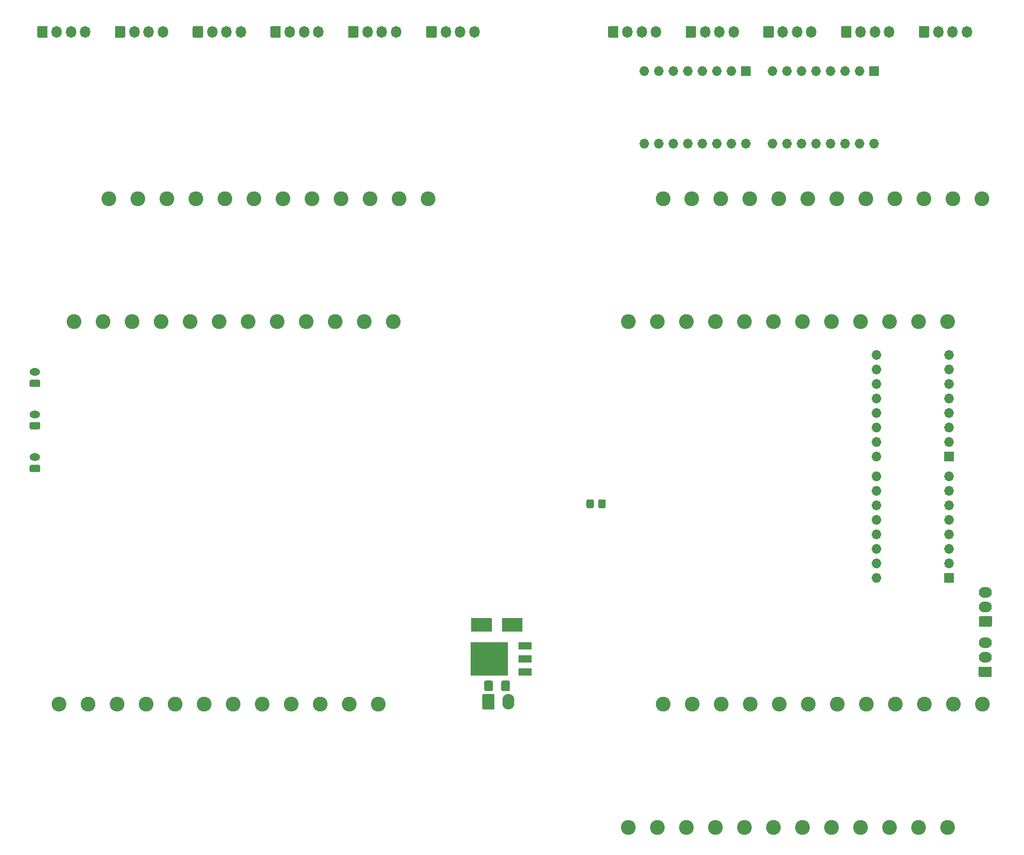
<source format=gbr>
G04 #@! TF.GenerationSoftware,KiCad,Pcbnew,(5.1.7)-1*
G04 #@! TF.CreationDate,2020-12-02T21:57:12+01:00*
G04 #@! TF.ProjectId,TonOfSteppers,546f6e4f-6653-4746-9570-706572732e6b,rev?*
G04 #@! TF.SameCoordinates,Original*
G04 #@! TF.FileFunction,Soldermask,Bot*
G04 #@! TF.FilePolarity,Negative*
%FSLAX46Y46*%
G04 Gerber Fmt 4.6, Leading zero omitted, Abs format (unit mm)*
G04 Created by KiCad (PCBNEW (5.1.7)-1) date 2020-12-02 21:57:12*
%MOMM*%
%LPD*%
G01*
G04 APERTURE LIST*
%ADD10O,1.802000X2.052000*%
%ADD11O,1.702000X1.702000*%
%ADD12C,2.602000*%
%ADD13O,2.292000X1.842000*%
%ADD14O,2.102000X2.702000*%
%ADD15O,1.852000X1.302000*%
%ADD16C,0.100000*%
G04 APERTURE END LIST*
G36*
G01*
X95067000Y-124594000D02*
X95067000Y-122294000D01*
G75*
G02*
X95118000Y-122243000I51000J0D01*
G01*
X98618000Y-122243000D01*
G75*
G02*
X98669000Y-122294000I0J-51000D01*
G01*
X98669000Y-124594000D01*
G75*
G02*
X98618000Y-124645000I-51000J0D01*
G01*
X95118000Y-124645000D01*
G75*
G02*
X95067000Y-124594000I0J51000D01*
G01*
G37*
G36*
G01*
X100467000Y-124594000D02*
X100467000Y-122294000D01*
G75*
G02*
X100518000Y-122243000I51000J0D01*
G01*
X104018000Y-122243000D01*
G75*
G02*
X104069000Y-122294000I0J-51000D01*
G01*
X104069000Y-124594000D01*
G75*
G02*
X104018000Y-124645000I-51000J0D01*
G01*
X100518000Y-124645000D01*
G75*
G02*
X100467000Y-124594000I0J51000D01*
G01*
G37*
G36*
G01*
X105681000Y-126519999D02*
X105681000Y-127720001D01*
G75*
G02*
X105630001Y-127771000I-50999J0D01*
G01*
X103429999Y-127771000D01*
G75*
G02*
X103379000Y-127720001I0J50999D01*
G01*
X103379000Y-126519999D01*
G75*
G02*
X103429999Y-126469000I50999J0D01*
G01*
X105630001Y-126469000D01*
G75*
G02*
X105681000Y-126519999I0J-50999D01*
G01*
G37*
G36*
G01*
X105681000Y-128799999D02*
X105681000Y-130000001D01*
G75*
G02*
X105630001Y-130051000I-50999J0D01*
G01*
X103429999Y-130051000D01*
G75*
G02*
X103379000Y-130000001I0J50999D01*
G01*
X103379000Y-128799999D01*
G75*
G02*
X103429999Y-128749000I50999J0D01*
G01*
X105630001Y-128749000D01*
G75*
G02*
X105681000Y-128799999I0J-50999D01*
G01*
G37*
G36*
G01*
X105681000Y-131079999D02*
X105681000Y-132280001D01*
G75*
G02*
X105630001Y-132331000I-50999J0D01*
G01*
X103429999Y-132331000D01*
G75*
G02*
X103379000Y-132280001I0J50999D01*
G01*
X103379000Y-131079999D01*
G75*
G02*
X103429999Y-131029000I50999J0D01*
G01*
X105630001Y-131029000D01*
G75*
G02*
X105681000Y-131079999I0J-50999D01*
G01*
G37*
G36*
G01*
X101481000Y-126499999D02*
X101481000Y-132300001D01*
G75*
G02*
X101430001Y-132351000I-50999J0D01*
G01*
X95029999Y-132351000D01*
G75*
G02*
X94979000Y-132300001I0J50999D01*
G01*
X94979000Y-126499999D01*
G75*
G02*
X95029999Y-126449000I50999J0D01*
G01*
X101430001Y-126449000D01*
G75*
G02*
X101481000Y-126499999I0J-50999D01*
G01*
G37*
G36*
G01*
X159819000Y-20381000D02*
X159819000Y-18859000D01*
G75*
G02*
X160084000Y-18594000I265000J0D01*
G01*
X161356000Y-18594000D01*
G75*
G02*
X161621000Y-18859000I0J-265000D01*
G01*
X161621000Y-20381000D01*
G75*
G02*
X161356000Y-20646000I-265000J0D01*
G01*
X160084000Y-20646000D01*
G75*
G02*
X159819000Y-20381000I0J265000D01*
G01*
G37*
D10*
X163220000Y-19620000D03*
X165720000Y-19620000D03*
X168220000Y-19620000D03*
G36*
G01*
X173419000Y-20381000D02*
X173419000Y-18859000D01*
G75*
G02*
X173684000Y-18594000I265000J0D01*
G01*
X174956000Y-18594000D01*
G75*
G02*
X175221000Y-18859000I0J-265000D01*
G01*
X175221000Y-20381000D01*
G75*
G02*
X174956000Y-20646000I-265000J0D01*
G01*
X173684000Y-20646000D01*
G75*
G02*
X173419000Y-20381000I0J265000D01*
G01*
G37*
X176820000Y-19620000D03*
X179320000Y-19620000D03*
X181820000Y-19620000D03*
X141020000Y-19620000D03*
X138520000Y-19620000D03*
X136020000Y-19620000D03*
G36*
G01*
X132619000Y-20381000D02*
X132619000Y-18859000D01*
G75*
G02*
X132884000Y-18594000I265000J0D01*
G01*
X134156000Y-18594000D01*
G75*
G02*
X134421000Y-18859000I0J-265000D01*
G01*
X134421000Y-20381000D01*
G75*
G02*
X134156000Y-20646000I-265000J0D01*
G01*
X132884000Y-20646000D01*
G75*
G02*
X132619000Y-20381000I0J265000D01*
G01*
G37*
G36*
G01*
X59919000Y-20381000D02*
X59919000Y-18859000D01*
G75*
G02*
X60184000Y-18594000I265000J0D01*
G01*
X61456000Y-18594000D01*
G75*
G02*
X61721000Y-18859000I0J-265000D01*
G01*
X61721000Y-20381000D01*
G75*
G02*
X61456000Y-20646000I-265000J0D01*
G01*
X60184000Y-20646000D01*
G75*
G02*
X59919000Y-20381000I0J265000D01*
G01*
G37*
X63320000Y-19620000D03*
X65820000Y-19620000D03*
X68320000Y-19620000D03*
X154620000Y-19620000D03*
X152120000Y-19620000D03*
X149620000Y-19620000D03*
G36*
G01*
X146219000Y-20381000D02*
X146219000Y-18859000D01*
G75*
G02*
X146484000Y-18594000I265000J0D01*
G01*
X147756000Y-18594000D01*
G75*
G02*
X148021000Y-18859000I0J-265000D01*
G01*
X148021000Y-20381000D01*
G75*
G02*
X147756000Y-20646000I-265000J0D01*
G01*
X146484000Y-20646000D01*
G75*
G02*
X146219000Y-20381000I0J265000D01*
G01*
G37*
D11*
X143122000Y-39208000D03*
X125342000Y-26508000D03*
X140582000Y-39208000D03*
X127882000Y-26508000D03*
X138042000Y-39208000D03*
X130422000Y-26508000D03*
X135502000Y-39208000D03*
X132962000Y-26508000D03*
X132962000Y-39208000D03*
X135502000Y-26508000D03*
X130422000Y-39208000D03*
X138042000Y-26508000D03*
X127882000Y-39208000D03*
X140582000Y-26508000D03*
X125342000Y-39208000D03*
G36*
G01*
X142322000Y-25657000D02*
X143922000Y-25657000D01*
G75*
G02*
X143973000Y-25708000I0J-51000D01*
G01*
X143973000Y-27308000D01*
G75*
G02*
X143922000Y-27359000I-51000J0D01*
G01*
X142322000Y-27359000D01*
G75*
G02*
X142271000Y-27308000I0J51000D01*
G01*
X142271000Y-25708000D01*
G75*
G02*
X142322000Y-25657000I51000J0D01*
G01*
G37*
X165622000Y-39208000D03*
X147842000Y-26508000D03*
X163082000Y-39208000D03*
X150382000Y-26508000D03*
X160542000Y-39208000D03*
X152922000Y-26508000D03*
X158002000Y-39208000D03*
X155462000Y-26508000D03*
X155462000Y-39208000D03*
X158002000Y-26508000D03*
X152922000Y-39208000D03*
X160542000Y-26508000D03*
X150382000Y-39208000D03*
X163082000Y-26508000D03*
X147842000Y-39208000D03*
G36*
G01*
X164822000Y-25657000D02*
X166422000Y-25657000D01*
G75*
G02*
X166473000Y-25708000I0J-51000D01*
G01*
X166473000Y-27308000D01*
G75*
G02*
X166422000Y-27359000I-51000J0D01*
G01*
X164822000Y-27359000D01*
G75*
G02*
X164771000Y-27308000I0J51000D01*
G01*
X164771000Y-25708000D01*
G75*
G02*
X164822000Y-25657000I51000J0D01*
G01*
G37*
G36*
G01*
X179548000Y-93183000D02*
X179548000Y-94783000D01*
G75*
G02*
X179497000Y-94834000I-51000J0D01*
G01*
X177897000Y-94834000D01*
G75*
G02*
X177846000Y-94783000I0J51000D01*
G01*
X177846000Y-93183000D01*
G75*
G02*
X177897000Y-93132000I51000J0D01*
G01*
X179497000Y-93132000D01*
G75*
G02*
X179548000Y-93183000I0J-51000D01*
G01*
G37*
X165997000Y-76203000D03*
X178697000Y-91443000D03*
X165997000Y-78743000D03*
X178697000Y-88903000D03*
X165997000Y-81283000D03*
X178697000Y-86363000D03*
X165997000Y-83823000D03*
X178697000Y-83823000D03*
X165997000Y-86363000D03*
X178697000Y-81283000D03*
X165997000Y-88903000D03*
X178697000Y-78743000D03*
X165997000Y-91443000D03*
X178697000Y-76203000D03*
X165997000Y-93983000D03*
G36*
G01*
X179548000Y-114433000D02*
X179548000Y-116033000D01*
G75*
G02*
X179497000Y-116084000I-51000J0D01*
G01*
X177897000Y-116084000D01*
G75*
G02*
X177846000Y-116033000I0J51000D01*
G01*
X177846000Y-114433000D01*
G75*
G02*
X177897000Y-114382000I51000J0D01*
G01*
X179497000Y-114382000D01*
G75*
G02*
X179548000Y-114433000I0J-51000D01*
G01*
G37*
X165997000Y-97453000D03*
X178697000Y-112693000D03*
X165997000Y-99993000D03*
X178697000Y-110153000D03*
X165997000Y-102533000D03*
X178697000Y-107613000D03*
X165997000Y-105073000D03*
X178697000Y-105073000D03*
X165997000Y-107613000D03*
X178697000Y-102533000D03*
X165997000Y-110153000D03*
X178697000Y-99993000D03*
X165997000Y-112693000D03*
X178697000Y-97453000D03*
X165997000Y-115233000D03*
G36*
G01*
X115246000Y-102737298D02*
X115246000Y-101728702D01*
G75*
G02*
X115517702Y-101457000I271702J0D01*
G01*
X116251298Y-101457000D01*
G75*
G02*
X116523000Y-101728702I0J-271702D01*
G01*
X116523000Y-102737298D01*
G75*
G02*
X116251298Y-103009000I-271702J0D01*
G01*
X115517702Y-103009000D01*
G75*
G02*
X115246000Y-102737298I0J271702D01*
G01*
G37*
G36*
G01*
X117321000Y-102737298D02*
X117321000Y-101728702D01*
G75*
G02*
X117592702Y-101457000I271702J0D01*
G01*
X118326298Y-101457000D01*
G75*
G02*
X118598000Y-101728702I0J-271702D01*
G01*
X118598000Y-102737298D01*
G75*
G02*
X118326298Y-103009000I-271702J0D01*
G01*
X117592702Y-103009000D01*
G75*
G02*
X117321000Y-102737298I0J271702D01*
G01*
G37*
G36*
G01*
X97346000Y-134770106D02*
X97346000Y-133453894D01*
G75*
G02*
X97613894Y-133186000I267894J0D01*
G01*
X98605106Y-133186000D01*
G75*
G02*
X98873000Y-133453894I0J-267894D01*
G01*
X98873000Y-134770106D01*
G75*
G02*
X98605106Y-135038000I-267894J0D01*
G01*
X97613894Y-135038000D01*
G75*
G02*
X97346000Y-134770106I0J267894D01*
G01*
G37*
G36*
G01*
X100321000Y-134770106D02*
X100321000Y-133453894D01*
G75*
G02*
X100588894Y-133186000I267894J0D01*
G01*
X101580106Y-133186000D01*
G75*
G02*
X101848000Y-133453894I0J-267894D01*
G01*
X101848000Y-134770106D01*
G75*
G02*
X101580106Y-135038000I-267894J0D01*
G01*
X100588894Y-135038000D01*
G75*
G02*
X100321000Y-134770106I0J267894D01*
G01*
G37*
D12*
X87522000Y-48808000D03*
X82442000Y-48808000D03*
X77362000Y-48808000D03*
X72282000Y-48808000D03*
X67202000Y-48808000D03*
X62122000Y-48808000D03*
X57042000Y-48808000D03*
X51962000Y-48808000D03*
X46882000Y-48808000D03*
X41802000Y-48808000D03*
X36722000Y-48808000D03*
X31642000Y-48808000D03*
X25572000Y-70358000D03*
X30652000Y-70358000D03*
X35732000Y-70358000D03*
X40812000Y-70358000D03*
X45892000Y-70358000D03*
X50972000Y-70358000D03*
X56052000Y-70358000D03*
X61132000Y-70358000D03*
X66212000Y-70358000D03*
X71292000Y-70358000D03*
X76372000Y-70358000D03*
X81452000Y-70358000D03*
X128642000Y-48808000D03*
X133702000Y-48808000D03*
X138782000Y-48808000D03*
X143862000Y-48808000D03*
X148942000Y-48808000D03*
X154022000Y-48808000D03*
X159102000Y-48808000D03*
X164182000Y-48808000D03*
X169262000Y-48808000D03*
X174342000Y-48808000D03*
X179422000Y-48808000D03*
X184502000Y-48808000D03*
X122572000Y-70358000D03*
X127652000Y-70358000D03*
X132732000Y-70358000D03*
X137812000Y-70358000D03*
X142892000Y-70358000D03*
X147972000Y-70358000D03*
X153052000Y-70358000D03*
X158132000Y-70358000D03*
X163212000Y-70358000D03*
X168292000Y-70358000D03*
X173372000Y-70358000D03*
X178452000Y-70358000D03*
X184532000Y-137288000D03*
X179452000Y-137288000D03*
X174372000Y-137288000D03*
X169292000Y-137288000D03*
X164212000Y-137288000D03*
X159132000Y-137288000D03*
X154052000Y-137288000D03*
X148972000Y-137288000D03*
X143892000Y-137288000D03*
X138812000Y-137288000D03*
X133732000Y-137288000D03*
X128652000Y-137288000D03*
X178452000Y-158858000D03*
X173372000Y-158858000D03*
X168292000Y-158858000D03*
X163212000Y-158858000D03*
X158132000Y-158858000D03*
X153052000Y-158858000D03*
X147972000Y-158858000D03*
X142892000Y-158858000D03*
X137812000Y-158858000D03*
X132732000Y-158858000D03*
X127652000Y-158858000D03*
X122572000Y-158858000D03*
X22882000Y-137308000D03*
X27962000Y-137308000D03*
X33042000Y-137308000D03*
X38122000Y-137308000D03*
X43202000Y-137308000D03*
X48282000Y-137308000D03*
X53362000Y-137308000D03*
X58442000Y-137308000D03*
X63522000Y-137308000D03*
X68602000Y-137308000D03*
X73682000Y-137308000D03*
X78762000Y-137308000D03*
G36*
G01*
X185973346Y-123769000D02*
X184210654Y-123769000D01*
G75*
G02*
X183946000Y-123504346I0J264654D01*
G01*
X183946000Y-122191654D01*
G75*
G02*
X184210654Y-121927000I264654J0D01*
G01*
X185973346Y-121927000D01*
G75*
G02*
X186238000Y-122191654I0J-264654D01*
G01*
X186238000Y-123504346D01*
G75*
G02*
X185973346Y-123769000I-264654J0D01*
G01*
G37*
D13*
X185092000Y-120308000D03*
X185092000Y-117768000D03*
X185052000Y-126588000D03*
X185052000Y-129128000D03*
G36*
G01*
X185933346Y-132589000D02*
X184170654Y-132589000D01*
G75*
G02*
X183906000Y-132324346I0J264654D01*
G01*
X183906000Y-131011654D01*
G75*
G02*
X184170654Y-130747000I264654J0D01*
G01*
X185933346Y-130747000D01*
G75*
G02*
X186198000Y-131011654I0J-264654D01*
G01*
X186198000Y-132324346D01*
G75*
G02*
X185933346Y-132589000I-264654J0D01*
G01*
G37*
G36*
G01*
X97046000Y-137996250D02*
X97046000Y-135819750D01*
G75*
G02*
X97308750Y-135557000I262750J0D01*
G01*
X98885250Y-135557000D01*
G75*
G02*
X99148000Y-135819750I0J-262750D01*
G01*
X99148000Y-137996250D01*
G75*
G02*
X98885250Y-138259000I-262750J0D01*
G01*
X97308750Y-138259000D01*
G75*
G02*
X97046000Y-137996250I0J262750D01*
G01*
G37*
D14*
X101597000Y-136908000D03*
D10*
X27522000Y-19620000D03*
X25022000Y-19620000D03*
X22522000Y-19620000D03*
G36*
G01*
X19121000Y-20381000D02*
X19121000Y-18859000D01*
G75*
G02*
X19386000Y-18594000I265000J0D01*
G01*
X20658000Y-18594000D01*
G75*
G02*
X20923000Y-18859000I0J-265000D01*
G01*
X20923000Y-20381000D01*
G75*
G02*
X20658000Y-20646000I-265000J0D01*
G01*
X19386000Y-20646000D01*
G75*
G02*
X19121000Y-20381000I0J265000D01*
G01*
G37*
X41122000Y-19620000D03*
X38622000Y-19620000D03*
X36122000Y-19620000D03*
G36*
G01*
X32721000Y-20381000D02*
X32721000Y-18859000D01*
G75*
G02*
X32986000Y-18594000I265000J0D01*
G01*
X34258000Y-18594000D01*
G75*
G02*
X34523000Y-18859000I0J-265000D01*
G01*
X34523000Y-20381000D01*
G75*
G02*
X34258000Y-20646000I-265000J0D01*
G01*
X32986000Y-20646000D01*
G75*
G02*
X32721000Y-20381000I0J265000D01*
G01*
G37*
G36*
G01*
X46321000Y-20381000D02*
X46321000Y-18859000D01*
G75*
G02*
X46586000Y-18594000I265000J0D01*
G01*
X47858000Y-18594000D01*
G75*
G02*
X48123000Y-18859000I0J-265000D01*
G01*
X48123000Y-20381000D01*
G75*
G02*
X47858000Y-20646000I-265000J0D01*
G01*
X46586000Y-20646000D01*
G75*
G02*
X46321000Y-20381000I0J265000D01*
G01*
G37*
X49722000Y-19620000D03*
X52222000Y-19620000D03*
X54722000Y-19620000D03*
G36*
G01*
X119021000Y-20381000D02*
X119021000Y-18859000D01*
G75*
G02*
X119286000Y-18594000I265000J0D01*
G01*
X120558000Y-18594000D01*
G75*
G02*
X120823000Y-18859000I0J-265000D01*
G01*
X120823000Y-20381000D01*
G75*
G02*
X120558000Y-20646000I-265000J0D01*
G01*
X119286000Y-20646000D01*
G75*
G02*
X119021000Y-20381000I0J265000D01*
G01*
G37*
X122422000Y-19620000D03*
X124922000Y-19620000D03*
X127422000Y-19620000D03*
X95622000Y-19620000D03*
X93122000Y-19620000D03*
X90622000Y-19620000D03*
G36*
G01*
X87221000Y-20381000D02*
X87221000Y-18859000D01*
G75*
G02*
X87486000Y-18594000I265000J0D01*
G01*
X88758000Y-18594000D01*
G75*
G02*
X89023000Y-18859000I0J-265000D01*
G01*
X89023000Y-20381000D01*
G75*
G02*
X88758000Y-20646000I-265000J0D01*
G01*
X87486000Y-20646000D01*
G75*
G02*
X87221000Y-20381000I0J265000D01*
G01*
G37*
G36*
G01*
X73521000Y-20381000D02*
X73521000Y-18859000D01*
G75*
G02*
X73786000Y-18594000I265000J0D01*
G01*
X75058000Y-18594000D01*
G75*
G02*
X75323000Y-18859000I0J-265000D01*
G01*
X75323000Y-20381000D01*
G75*
G02*
X75058000Y-20646000I-265000J0D01*
G01*
X73786000Y-20646000D01*
G75*
G02*
X73521000Y-20381000I0J265000D01*
G01*
G37*
X76922000Y-19620000D03*
X79422000Y-19620000D03*
X81922000Y-19620000D03*
D15*
X18712000Y-79158000D03*
G36*
G01*
X19366752Y-81809000D02*
X18057248Y-81809000D01*
G75*
G02*
X17786000Y-81537752I0J271248D01*
G01*
X17786000Y-80778248D01*
G75*
G02*
X18057248Y-80507000I271248J0D01*
G01*
X19366752Y-80507000D01*
G75*
G02*
X19638000Y-80778248I0J-271248D01*
G01*
X19638000Y-81537752D01*
G75*
G02*
X19366752Y-81809000I-271248J0D01*
G01*
G37*
G36*
G01*
X19366752Y-89209000D02*
X18057248Y-89209000D01*
G75*
G02*
X17786000Y-88937752I0J271248D01*
G01*
X17786000Y-88178248D01*
G75*
G02*
X18057248Y-87907000I271248J0D01*
G01*
X19366752Y-87907000D01*
G75*
G02*
X19638000Y-88178248I0J-271248D01*
G01*
X19638000Y-88937752D01*
G75*
G02*
X19366752Y-89209000I-271248J0D01*
G01*
G37*
X18712000Y-86558000D03*
G36*
G01*
X19366752Y-96709000D02*
X18057248Y-96709000D01*
G75*
G02*
X17786000Y-96437752I0J271248D01*
G01*
X17786000Y-95678248D01*
G75*
G02*
X18057248Y-95407000I271248J0D01*
G01*
X19366752Y-95407000D01*
G75*
G02*
X19638000Y-95678248I0J-271248D01*
G01*
X19638000Y-96437752D01*
G75*
G02*
X19366752Y-96709000I-271248J0D01*
G01*
G37*
X18712000Y-94058000D03*
D16*
G36*
X99149165Y-137994624D02*
G01*
X99150000Y-137996250D01*
X99150000Y-138083860D01*
X99149990Y-138084056D01*
X99146150Y-138123048D01*
X99146074Y-138123433D01*
X99136491Y-138155024D01*
X99136341Y-138155386D01*
X99120779Y-138184500D01*
X99120561Y-138184826D01*
X99099620Y-138210343D01*
X99099343Y-138210620D01*
X99073826Y-138231561D01*
X99073500Y-138231779D01*
X99044386Y-138247341D01*
X99044024Y-138247491D01*
X99012433Y-138257074D01*
X99012048Y-138257150D01*
X98973056Y-138260990D01*
X98972860Y-138261000D01*
X98885250Y-138261000D01*
X98883518Y-138260000D01*
X98883518Y-138258000D01*
X98885054Y-138257010D01*
X98936115Y-138251981D01*
X98985031Y-138237142D01*
X99030110Y-138213048D01*
X99069621Y-138180621D01*
X99102048Y-138141110D01*
X99126142Y-138096031D01*
X99140981Y-138047115D01*
X99146010Y-137996054D01*
X99147175Y-137994428D01*
X99149165Y-137994624D01*
G37*
G36*
X97047990Y-137996054D02*
G01*
X97053019Y-138047115D01*
X97067858Y-138096031D01*
X97091952Y-138141110D01*
X97124379Y-138180621D01*
X97163890Y-138213048D01*
X97208969Y-138237142D01*
X97257885Y-138251981D01*
X97308946Y-138257010D01*
X97310572Y-138258175D01*
X97310376Y-138260165D01*
X97308750Y-138261000D01*
X97221140Y-138261000D01*
X97220944Y-138260990D01*
X97181952Y-138257150D01*
X97181567Y-138257074D01*
X97149976Y-138247491D01*
X97149614Y-138247341D01*
X97120500Y-138231779D01*
X97120174Y-138231561D01*
X97094657Y-138210620D01*
X97094380Y-138210343D01*
X97073439Y-138184826D01*
X97073221Y-138184500D01*
X97057659Y-138155386D01*
X97057509Y-138155024D01*
X97047926Y-138123433D01*
X97047850Y-138123048D01*
X97044010Y-138084056D01*
X97044000Y-138083860D01*
X97044000Y-137996250D01*
X97045000Y-137994518D01*
X97047000Y-137994518D01*
X97047990Y-137996054D01*
G37*
G36*
X97310482Y-135556000D02*
G01*
X97310482Y-135558000D01*
X97308946Y-135558990D01*
X97257885Y-135564019D01*
X97208969Y-135578858D01*
X97163890Y-135602952D01*
X97124379Y-135635379D01*
X97091952Y-135674890D01*
X97067858Y-135719969D01*
X97053019Y-135768885D01*
X97047990Y-135819946D01*
X97046825Y-135821572D01*
X97044835Y-135821376D01*
X97044000Y-135819750D01*
X97044000Y-135732140D01*
X97044010Y-135731944D01*
X97047850Y-135692952D01*
X97047926Y-135692567D01*
X97057509Y-135660976D01*
X97057659Y-135660614D01*
X97073221Y-135631500D01*
X97073439Y-135631174D01*
X97094380Y-135605657D01*
X97094657Y-135605380D01*
X97120174Y-135584439D01*
X97120500Y-135584221D01*
X97149614Y-135568659D01*
X97149976Y-135568509D01*
X97181567Y-135558926D01*
X97181952Y-135558850D01*
X97220944Y-135555010D01*
X97221140Y-135555000D01*
X97308750Y-135555000D01*
X97310482Y-135556000D01*
G37*
G36*
X98973056Y-135555010D02*
G01*
X99012048Y-135558850D01*
X99012433Y-135558926D01*
X99044024Y-135568509D01*
X99044386Y-135568659D01*
X99073500Y-135584221D01*
X99073826Y-135584439D01*
X99099343Y-135605380D01*
X99099620Y-135605657D01*
X99120561Y-135631174D01*
X99120779Y-135631500D01*
X99136341Y-135660614D01*
X99136491Y-135660976D01*
X99146074Y-135692567D01*
X99146150Y-135692952D01*
X99149990Y-135731944D01*
X99150000Y-135732140D01*
X99150000Y-135819750D01*
X99149000Y-135821482D01*
X99147000Y-135821482D01*
X99146010Y-135819946D01*
X99140981Y-135768885D01*
X99126142Y-135719969D01*
X99102048Y-135674890D01*
X99069621Y-135635379D01*
X99030110Y-135602952D01*
X98985031Y-135578858D01*
X98936115Y-135564019D01*
X98885054Y-135558990D01*
X98883428Y-135557825D01*
X98883624Y-135555835D01*
X98885250Y-135555000D01*
X98972860Y-135555000D01*
X98973056Y-135555010D01*
G37*
G36*
X186199165Y-132322720D02*
G01*
X186200000Y-132324346D01*
X186200000Y-132407288D01*
X186199990Y-132407484D01*
X186196024Y-132447756D01*
X186195948Y-132448141D01*
X186185990Y-132480965D01*
X186185840Y-132481327D01*
X186169672Y-132511575D01*
X186169454Y-132511901D01*
X186147694Y-132538417D01*
X186147417Y-132538694D01*
X186120901Y-132560454D01*
X186120575Y-132560672D01*
X186090327Y-132576840D01*
X186089965Y-132576990D01*
X186057141Y-132586948D01*
X186056756Y-132587024D01*
X186016484Y-132590990D01*
X186016288Y-132591000D01*
X185933346Y-132591000D01*
X185931614Y-132590000D01*
X185931614Y-132588000D01*
X185933150Y-132587010D01*
X185984582Y-132581945D01*
X186033856Y-132566997D01*
X186079264Y-132542727D01*
X186119064Y-132510064D01*
X186151727Y-132470264D01*
X186175997Y-132424856D01*
X186190945Y-132375582D01*
X186196010Y-132324150D01*
X186197175Y-132322524D01*
X186199165Y-132322720D01*
G37*
G36*
X183907990Y-132324150D02*
G01*
X183913055Y-132375582D01*
X183928003Y-132424856D01*
X183952273Y-132470264D01*
X183984936Y-132510064D01*
X184024736Y-132542727D01*
X184070144Y-132566997D01*
X184119418Y-132581945D01*
X184170850Y-132587010D01*
X184172476Y-132588175D01*
X184172280Y-132590165D01*
X184170654Y-132591000D01*
X184087712Y-132591000D01*
X184087516Y-132590990D01*
X184047244Y-132587024D01*
X184046859Y-132586948D01*
X184014035Y-132576990D01*
X184013673Y-132576840D01*
X183983425Y-132560672D01*
X183983099Y-132560454D01*
X183956583Y-132538694D01*
X183956306Y-132538417D01*
X183934546Y-132511901D01*
X183934328Y-132511575D01*
X183918160Y-132481327D01*
X183918010Y-132480965D01*
X183908052Y-132448141D01*
X183907976Y-132447756D01*
X183904010Y-132407484D01*
X183904000Y-132407288D01*
X183904000Y-132324346D01*
X183905000Y-132322614D01*
X183907000Y-132322614D01*
X183907990Y-132324150D01*
G37*
G36*
X184172386Y-130746000D02*
G01*
X184172386Y-130748000D01*
X184170850Y-130748990D01*
X184119418Y-130754055D01*
X184070144Y-130769003D01*
X184024736Y-130793273D01*
X183984936Y-130825936D01*
X183952273Y-130865736D01*
X183928003Y-130911144D01*
X183913055Y-130960418D01*
X183907990Y-131011850D01*
X183906825Y-131013476D01*
X183904835Y-131013280D01*
X183904000Y-131011654D01*
X183904000Y-130928712D01*
X183904010Y-130928516D01*
X183907976Y-130888244D01*
X183908052Y-130887859D01*
X183918010Y-130855035D01*
X183918160Y-130854673D01*
X183934328Y-130824425D01*
X183934546Y-130824099D01*
X183956306Y-130797583D01*
X183956583Y-130797306D01*
X183983099Y-130775546D01*
X183983425Y-130775328D01*
X184013673Y-130759160D01*
X184014035Y-130759010D01*
X184046859Y-130749052D01*
X184047244Y-130748976D01*
X184087516Y-130745010D01*
X184087712Y-130745000D01*
X184170654Y-130745000D01*
X184172386Y-130746000D01*
G37*
G36*
X186016484Y-130745010D02*
G01*
X186056756Y-130748976D01*
X186057141Y-130749052D01*
X186089965Y-130759010D01*
X186090327Y-130759160D01*
X186120575Y-130775328D01*
X186120901Y-130775546D01*
X186147417Y-130797306D01*
X186147694Y-130797583D01*
X186169454Y-130824099D01*
X186169672Y-130824425D01*
X186185840Y-130854673D01*
X186185990Y-130855035D01*
X186195948Y-130887859D01*
X186196024Y-130888244D01*
X186199990Y-130928516D01*
X186200000Y-130928712D01*
X186200000Y-131011654D01*
X186199000Y-131013386D01*
X186197000Y-131013386D01*
X186196010Y-131011850D01*
X186190945Y-130960418D01*
X186175997Y-130911144D01*
X186151727Y-130865736D01*
X186119064Y-130825936D01*
X186079264Y-130793273D01*
X186033856Y-130769003D01*
X185984582Y-130754055D01*
X185933150Y-130748990D01*
X185931524Y-130747825D01*
X185931720Y-130745835D01*
X185933346Y-130745000D01*
X186016288Y-130745000D01*
X186016484Y-130745010D01*
G37*
G36*
X183947990Y-123504150D02*
G01*
X183953055Y-123555582D01*
X183968003Y-123604856D01*
X183992273Y-123650264D01*
X184024936Y-123690064D01*
X184064736Y-123722727D01*
X184110144Y-123746997D01*
X184159418Y-123761945D01*
X184210850Y-123767010D01*
X184212476Y-123768175D01*
X184212280Y-123770165D01*
X184210654Y-123771000D01*
X184127712Y-123771000D01*
X184127516Y-123770990D01*
X184087244Y-123767024D01*
X184086859Y-123766948D01*
X184054035Y-123756990D01*
X184053673Y-123756840D01*
X184023425Y-123740672D01*
X184023099Y-123740454D01*
X183996583Y-123718694D01*
X183996306Y-123718417D01*
X183974546Y-123691901D01*
X183974328Y-123691575D01*
X183958160Y-123661327D01*
X183958010Y-123660965D01*
X183948052Y-123628141D01*
X183947976Y-123627756D01*
X183944010Y-123587484D01*
X183944000Y-123587288D01*
X183944000Y-123504346D01*
X183945000Y-123502614D01*
X183947000Y-123502614D01*
X183947990Y-123504150D01*
G37*
G36*
X186239165Y-123502720D02*
G01*
X186240000Y-123504346D01*
X186240000Y-123587288D01*
X186239990Y-123587484D01*
X186236024Y-123627756D01*
X186235948Y-123628141D01*
X186225990Y-123660965D01*
X186225840Y-123661327D01*
X186209672Y-123691575D01*
X186209454Y-123691901D01*
X186187694Y-123718417D01*
X186187417Y-123718694D01*
X186160901Y-123740454D01*
X186160575Y-123740672D01*
X186130327Y-123756840D01*
X186129965Y-123756990D01*
X186097141Y-123766948D01*
X186096756Y-123767024D01*
X186056484Y-123770990D01*
X186056288Y-123771000D01*
X185973346Y-123771000D01*
X185971614Y-123770000D01*
X185971614Y-123768000D01*
X185973150Y-123767010D01*
X186024582Y-123761945D01*
X186073856Y-123746997D01*
X186119264Y-123722727D01*
X186159064Y-123690064D01*
X186191727Y-123650264D01*
X186215997Y-123604856D01*
X186230945Y-123555582D01*
X186236010Y-123504150D01*
X186237175Y-123502524D01*
X186239165Y-123502720D01*
G37*
G36*
X184212386Y-121926000D02*
G01*
X184212386Y-121928000D01*
X184210850Y-121928990D01*
X184159418Y-121934055D01*
X184110144Y-121949003D01*
X184064736Y-121973273D01*
X184024936Y-122005936D01*
X183992273Y-122045736D01*
X183968003Y-122091144D01*
X183953055Y-122140418D01*
X183947990Y-122191850D01*
X183946825Y-122193476D01*
X183944835Y-122193280D01*
X183944000Y-122191654D01*
X183944000Y-122108712D01*
X183944010Y-122108516D01*
X183947976Y-122068244D01*
X183948052Y-122067859D01*
X183958010Y-122035035D01*
X183958160Y-122034673D01*
X183974328Y-122004425D01*
X183974546Y-122004099D01*
X183996306Y-121977583D01*
X183996583Y-121977306D01*
X184023099Y-121955546D01*
X184023425Y-121955328D01*
X184053673Y-121939160D01*
X184054035Y-121939010D01*
X184086859Y-121929052D01*
X184087244Y-121928976D01*
X184127516Y-121925010D01*
X184127712Y-121925000D01*
X184210654Y-121925000D01*
X184212386Y-121926000D01*
G37*
G36*
X186056484Y-121925010D02*
G01*
X186096756Y-121928976D01*
X186097141Y-121929052D01*
X186129965Y-121939010D01*
X186130327Y-121939160D01*
X186160575Y-121955328D01*
X186160901Y-121955546D01*
X186187417Y-121977306D01*
X186187694Y-121977583D01*
X186209454Y-122004099D01*
X186209672Y-122004425D01*
X186225840Y-122034673D01*
X186225990Y-122035035D01*
X186235948Y-122067859D01*
X186236024Y-122068244D01*
X186239990Y-122108516D01*
X186240000Y-122108712D01*
X186240000Y-122191654D01*
X186239000Y-122193386D01*
X186237000Y-122193386D01*
X186236010Y-122191850D01*
X186230945Y-122140418D01*
X186215997Y-122091144D01*
X186191727Y-122045736D01*
X186159064Y-122005936D01*
X186119264Y-121973273D01*
X186073856Y-121949003D01*
X186024582Y-121934055D01*
X185973150Y-121928990D01*
X185971524Y-121927825D01*
X185971720Y-121925835D01*
X185973346Y-121925000D01*
X186056288Y-121925000D01*
X186056484Y-121925010D01*
G37*
G36*
X87222990Y-20380804D02*
G01*
X87228062Y-20432304D01*
X87243029Y-20481642D01*
X87267332Y-20527110D01*
X87300038Y-20566962D01*
X87339890Y-20599668D01*
X87385358Y-20623971D01*
X87434696Y-20638938D01*
X87486196Y-20644010D01*
X87487822Y-20645175D01*
X87487626Y-20647165D01*
X87486000Y-20648000D01*
X87403903Y-20648000D01*
X87403707Y-20647990D01*
X87363204Y-20644001D01*
X87362819Y-20643925D01*
X87329767Y-20633899D01*
X87329405Y-20633749D01*
X87298954Y-20617472D01*
X87298628Y-20617254D01*
X87271932Y-20595345D01*
X87271655Y-20595068D01*
X87249746Y-20568372D01*
X87249528Y-20568046D01*
X87233251Y-20537595D01*
X87233101Y-20537233D01*
X87223075Y-20504181D01*
X87222999Y-20503796D01*
X87219010Y-20463293D01*
X87219000Y-20463097D01*
X87219000Y-20381000D01*
X87220000Y-20379268D01*
X87222000Y-20379268D01*
X87222990Y-20380804D01*
G37*
G36*
X119022990Y-20380804D02*
G01*
X119028062Y-20432304D01*
X119043029Y-20481642D01*
X119067332Y-20527110D01*
X119100038Y-20566962D01*
X119139890Y-20599668D01*
X119185358Y-20623971D01*
X119234696Y-20638938D01*
X119286196Y-20644010D01*
X119287822Y-20645175D01*
X119287626Y-20647165D01*
X119286000Y-20648000D01*
X119203903Y-20648000D01*
X119203707Y-20647990D01*
X119163204Y-20644001D01*
X119162819Y-20643925D01*
X119129767Y-20633899D01*
X119129405Y-20633749D01*
X119098954Y-20617472D01*
X119098628Y-20617254D01*
X119071932Y-20595345D01*
X119071655Y-20595068D01*
X119049746Y-20568372D01*
X119049528Y-20568046D01*
X119033251Y-20537595D01*
X119033101Y-20537233D01*
X119023075Y-20504181D01*
X119022999Y-20503796D01*
X119019010Y-20463293D01*
X119019000Y-20463097D01*
X119019000Y-20381000D01*
X119020000Y-20379268D01*
X119022000Y-20379268D01*
X119022990Y-20380804D01*
G37*
G36*
X173420990Y-20380804D02*
G01*
X173426062Y-20432304D01*
X173441029Y-20481642D01*
X173465332Y-20527110D01*
X173498038Y-20566962D01*
X173537890Y-20599668D01*
X173583358Y-20623971D01*
X173632696Y-20638938D01*
X173684196Y-20644010D01*
X173685822Y-20645175D01*
X173685626Y-20647165D01*
X173684000Y-20648000D01*
X173601903Y-20648000D01*
X173601707Y-20647990D01*
X173561204Y-20644001D01*
X173560819Y-20643925D01*
X173527767Y-20633899D01*
X173527405Y-20633749D01*
X173496954Y-20617472D01*
X173496628Y-20617254D01*
X173469932Y-20595345D01*
X173469655Y-20595068D01*
X173447746Y-20568372D01*
X173447528Y-20568046D01*
X173431251Y-20537595D01*
X173431101Y-20537233D01*
X173421075Y-20504181D01*
X173420999Y-20503796D01*
X173417010Y-20463293D01*
X173417000Y-20463097D01*
X173417000Y-20381000D01*
X173418000Y-20379268D01*
X173420000Y-20379268D01*
X173420990Y-20380804D01*
G37*
G36*
X73522990Y-20380804D02*
G01*
X73528062Y-20432304D01*
X73543029Y-20481642D01*
X73567332Y-20527110D01*
X73600038Y-20566962D01*
X73639890Y-20599668D01*
X73685358Y-20623971D01*
X73734696Y-20638938D01*
X73786196Y-20644010D01*
X73787822Y-20645175D01*
X73787626Y-20647165D01*
X73786000Y-20648000D01*
X73703903Y-20648000D01*
X73703707Y-20647990D01*
X73663204Y-20644001D01*
X73662819Y-20643925D01*
X73629767Y-20633899D01*
X73629405Y-20633749D01*
X73598954Y-20617472D01*
X73598628Y-20617254D01*
X73571932Y-20595345D01*
X73571655Y-20595068D01*
X73549746Y-20568372D01*
X73549528Y-20568046D01*
X73533251Y-20537595D01*
X73533101Y-20537233D01*
X73523075Y-20504181D01*
X73522999Y-20503796D01*
X73519010Y-20463293D01*
X73519000Y-20463097D01*
X73519000Y-20381000D01*
X73520000Y-20379268D01*
X73522000Y-20379268D01*
X73522990Y-20380804D01*
G37*
G36*
X20924165Y-20379374D02*
G01*
X20925000Y-20381000D01*
X20925000Y-20463097D01*
X20924990Y-20463293D01*
X20921001Y-20503796D01*
X20920925Y-20504181D01*
X20910899Y-20537233D01*
X20910749Y-20537595D01*
X20894472Y-20568046D01*
X20894254Y-20568372D01*
X20872345Y-20595068D01*
X20872068Y-20595345D01*
X20845372Y-20617254D01*
X20845046Y-20617472D01*
X20814595Y-20633749D01*
X20814233Y-20633899D01*
X20781181Y-20643925D01*
X20780796Y-20644001D01*
X20740293Y-20647990D01*
X20740097Y-20648000D01*
X20658000Y-20648000D01*
X20656268Y-20647000D01*
X20656268Y-20645000D01*
X20657804Y-20644010D01*
X20709304Y-20638938D01*
X20758642Y-20623971D01*
X20804110Y-20599668D01*
X20843962Y-20566962D01*
X20876668Y-20527110D01*
X20900971Y-20481642D01*
X20915938Y-20432304D01*
X20921010Y-20380804D01*
X20922175Y-20379178D01*
X20924165Y-20379374D01*
G37*
G36*
X59920990Y-20380804D02*
G01*
X59926062Y-20432304D01*
X59941029Y-20481642D01*
X59965332Y-20527110D01*
X59998038Y-20566962D01*
X60037890Y-20599668D01*
X60083358Y-20623971D01*
X60132696Y-20638938D01*
X60184196Y-20644010D01*
X60185822Y-20645175D01*
X60185626Y-20647165D01*
X60184000Y-20648000D01*
X60101903Y-20648000D01*
X60101707Y-20647990D01*
X60061204Y-20644001D01*
X60060819Y-20643925D01*
X60027767Y-20633899D01*
X60027405Y-20633749D01*
X59996954Y-20617472D01*
X59996628Y-20617254D01*
X59969932Y-20595345D01*
X59969655Y-20595068D01*
X59947746Y-20568372D01*
X59947528Y-20568046D01*
X59931251Y-20537595D01*
X59931101Y-20537233D01*
X59921075Y-20504181D01*
X59920999Y-20503796D01*
X59917010Y-20463293D01*
X59917000Y-20463097D01*
X59917000Y-20381000D01*
X59918000Y-20379268D01*
X59920000Y-20379268D01*
X59920990Y-20380804D01*
G37*
G36*
X132620990Y-20380804D02*
G01*
X132626062Y-20432304D01*
X132641029Y-20481642D01*
X132665332Y-20527110D01*
X132698038Y-20566962D01*
X132737890Y-20599668D01*
X132783358Y-20623971D01*
X132832696Y-20638938D01*
X132884196Y-20644010D01*
X132885822Y-20645175D01*
X132885626Y-20647165D01*
X132884000Y-20648000D01*
X132801903Y-20648000D01*
X132801707Y-20647990D01*
X132761204Y-20644001D01*
X132760819Y-20643925D01*
X132727767Y-20633899D01*
X132727405Y-20633749D01*
X132696954Y-20617472D01*
X132696628Y-20617254D01*
X132669932Y-20595345D01*
X132669655Y-20595068D01*
X132647746Y-20568372D01*
X132647528Y-20568046D01*
X132631251Y-20537595D01*
X132631101Y-20537233D01*
X132621075Y-20504181D01*
X132620999Y-20503796D01*
X132617010Y-20463293D01*
X132617000Y-20463097D01*
X132617000Y-20381000D01*
X132618000Y-20379268D01*
X132620000Y-20379268D01*
X132620990Y-20380804D01*
G37*
G36*
X34524165Y-20379374D02*
G01*
X34525000Y-20381000D01*
X34525000Y-20463097D01*
X34524990Y-20463293D01*
X34521001Y-20503796D01*
X34520925Y-20504181D01*
X34510899Y-20537233D01*
X34510749Y-20537595D01*
X34494472Y-20568046D01*
X34494254Y-20568372D01*
X34472345Y-20595068D01*
X34472068Y-20595345D01*
X34445372Y-20617254D01*
X34445046Y-20617472D01*
X34414595Y-20633749D01*
X34414233Y-20633899D01*
X34381181Y-20643925D01*
X34380796Y-20644001D01*
X34340293Y-20647990D01*
X34340097Y-20648000D01*
X34258000Y-20648000D01*
X34256268Y-20647000D01*
X34256268Y-20645000D01*
X34257804Y-20644010D01*
X34309304Y-20638938D01*
X34358642Y-20623971D01*
X34404110Y-20599668D01*
X34443962Y-20566962D01*
X34476668Y-20527110D01*
X34500971Y-20481642D01*
X34515938Y-20432304D01*
X34521010Y-20380804D01*
X34522175Y-20379178D01*
X34524165Y-20379374D01*
G37*
G36*
X19122990Y-20380804D02*
G01*
X19128062Y-20432304D01*
X19143029Y-20481642D01*
X19167332Y-20527110D01*
X19200038Y-20566962D01*
X19239890Y-20599668D01*
X19285358Y-20623971D01*
X19334696Y-20638938D01*
X19386196Y-20644010D01*
X19387822Y-20645175D01*
X19387626Y-20647165D01*
X19386000Y-20648000D01*
X19303903Y-20648000D01*
X19303707Y-20647990D01*
X19263204Y-20644001D01*
X19262819Y-20643925D01*
X19229767Y-20633899D01*
X19229405Y-20633749D01*
X19198954Y-20617472D01*
X19198628Y-20617254D01*
X19171932Y-20595345D01*
X19171655Y-20595068D01*
X19149746Y-20568372D01*
X19149528Y-20568046D01*
X19133251Y-20537595D01*
X19133101Y-20537233D01*
X19123075Y-20504181D01*
X19122999Y-20503796D01*
X19119010Y-20463293D01*
X19119000Y-20463097D01*
X19119000Y-20381000D01*
X19120000Y-20379268D01*
X19122000Y-20379268D01*
X19122990Y-20380804D01*
G37*
G36*
X48124165Y-20379374D02*
G01*
X48125000Y-20381000D01*
X48125000Y-20463097D01*
X48124990Y-20463293D01*
X48121001Y-20503796D01*
X48120925Y-20504181D01*
X48110899Y-20537233D01*
X48110749Y-20537595D01*
X48094472Y-20568046D01*
X48094254Y-20568372D01*
X48072345Y-20595068D01*
X48072068Y-20595345D01*
X48045372Y-20617254D01*
X48045046Y-20617472D01*
X48014595Y-20633749D01*
X48014233Y-20633899D01*
X47981181Y-20643925D01*
X47980796Y-20644001D01*
X47940293Y-20647990D01*
X47940097Y-20648000D01*
X47858000Y-20648000D01*
X47856268Y-20647000D01*
X47856268Y-20645000D01*
X47857804Y-20644010D01*
X47909304Y-20638938D01*
X47958642Y-20623971D01*
X48004110Y-20599668D01*
X48043962Y-20566962D01*
X48076668Y-20527110D01*
X48100971Y-20481642D01*
X48115938Y-20432304D01*
X48121010Y-20380804D01*
X48122175Y-20379178D01*
X48124165Y-20379374D01*
G37*
G36*
X61722165Y-20379374D02*
G01*
X61723000Y-20381000D01*
X61723000Y-20463097D01*
X61722990Y-20463293D01*
X61719001Y-20503796D01*
X61718925Y-20504181D01*
X61708899Y-20537233D01*
X61708749Y-20537595D01*
X61692472Y-20568046D01*
X61692254Y-20568372D01*
X61670345Y-20595068D01*
X61670068Y-20595345D01*
X61643372Y-20617254D01*
X61643046Y-20617472D01*
X61612595Y-20633749D01*
X61612233Y-20633899D01*
X61579181Y-20643925D01*
X61578796Y-20644001D01*
X61538293Y-20647990D01*
X61538097Y-20648000D01*
X61456000Y-20648000D01*
X61454268Y-20647000D01*
X61454268Y-20645000D01*
X61455804Y-20644010D01*
X61507304Y-20638938D01*
X61556642Y-20623971D01*
X61602110Y-20599668D01*
X61641962Y-20566962D01*
X61674668Y-20527110D01*
X61698971Y-20481642D01*
X61713938Y-20432304D01*
X61719010Y-20380804D01*
X61720175Y-20379178D01*
X61722165Y-20379374D01*
G37*
G36*
X175222165Y-20379374D02*
G01*
X175223000Y-20381000D01*
X175223000Y-20463097D01*
X175222990Y-20463293D01*
X175219001Y-20503796D01*
X175218925Y-20504181D01*
X175208899Y-20537233D01*
X175208749Y-20537595D01*
X175192472Y-20568046D01*
X175192254Y-20568372D01*
X175170345Y-20595068D01*
X175170068Y-20595345D01*
X175143372Y-20617254D01*
X175143046Y-20617472D01*
X175112595Y-20633749D01*
X175112233Y-20633899D01*
X175079181Y-20643925D01*
X175078796Y-20644001D01*
X175038293Y-20647990D01*
X175038097Y-20648000D01*
X174956000Y-20648000D01*
X174954268Y-20647000D01*
X174954268Y-20645000D01*
X174955804Y-20644010D01*
X175007304Y-20638938D01*
X175056642Y-20623971D01*
X175102110Y-20599668D01*
X175141962Y-20566962D01*
X175174668Y-20527110D01*
X175198971Y-20481642D01*
X175213938Y-20432304D01*
X175219010Y-20380804D01*
X175220175Y-20379178D01*
X175222165Y-20379374D01*
G37*
G36*
X146220990Y-20380804D02*
G01*
X146226062Y-20432304D01*
X146241029Y-20481642D01*
X146265332Y-20527110D01*
X146298038Y-20566962D01*
X146337890Y-20599668D01*
X146383358Y-20623971D01*
X146432696Y-20638938D01*
X146484196Y-20644010D01*
X146485822Y-20645175D01*
X146485626Y-20647165D01*
X146484000Y-20648000D01*
X146401903Y-20648000D01*
X146401707Y-20647990D01*
X146361204Y-20644001D01*
X146360819Y-20643925D01*
X146327767Y-20633899D01*
X146327405Y-20633749D01*
X146296954Y-20617472D01*
X146296628Y-20617254D01*
X146269932Y-20595345D01*
X146269655Y-20595068D01*
X146247746Y-20568372D01*
X146247528Y-20568046D01*
X146231251Y-20537595D01*
X146231101Y-20537233D01*
X146221075Y-20504181D01*
X146220999Y-20503796D01*
X146217010Y-20463293D01*
X146217000Y-20463097D01*
X146217000Y-20381000D01*
X146218000Y-20379268D01*
X146220000Y-20379268D01*
X146220990Y-20380804D01*
G37*
G36*
X46322990Y-20380804D02*
G01*
X46328062Y-20432304D01*
X46343029Y-20481642D01*
X46367332Y-20527110D01*
X46400038Y-20566962D01*
X46439890Y-20599668D01*
X46485358Y-20623971D01*
X46534696Y-20638938D01*
X46586196Y-20644010D01*
X46587822Y-20645175D01*
X46587626Y-20647165D01*
X46586000Y-20648000D01*
X46503903Y-20648000D01*
X46503707Y-20647990D01*
X46463204Y-20644001D01*
X46462819Y-20643925D01*
X46429767Y-20633899D01*
X46429405Y-20633749D01*
X46398954Y-20617472D01*
X46398628Y-20617254D01*
X46371932Y-20595345D01*
X46371655Y-20595068D01*
X46349746Y-20568372D01*
X46349528Y-20568046D01*
X46333251Y-20537595D01*
X46333101Y-20537233D01*
X46323075Y-20504181D01*
X46322999Y-20503796D01*
X46319010Y-20463293D01*
X46319000Y-20463097D01*
X46319000Y-20381000D01*
X46320000Y-20379268D01*
X46322000Y-20379268D01*
X46322990Y-20380804D01*
G37*
G36*
X32722990Y-20380804D02*
G01*
X32728062Y-20432304D01*
X32743029Y-20481642D01*
X32767332Y-20527110D01*
X32800038Y-20566962D01*
X32839890Y-20599668D01*
X32885358Y-20623971D01*
X32934696Y-20638938D01*
X32986196Y-20644010D01*
X32987822Y-20645175D01*
X32987626Y-20647165D01*
X32986000Y-20648000D01*
X32903903Y-20648000D01*
X32903707Y-20647990D01*
X32863204Y-20644001D01*
X32862819Y-20643925D01*
X32829767Y-20633899D01*
X32829405Y-20633749D01*
X32798954Y-20617472D01*
X32798628Y-20617254D01*
X32771932Y-20595345D01*
X32771655Y-20595068D01*
X32749746Y-20568372D01*
X32749528Y-20568046D01*
X32733251Y-20537595D01*
X32733101Y-20537233D01*
X32723075Y-20504181D01*
X32722999Y-20503796D01*
X32719010Y-20463293D01*
X32719000Y-20463097D01*
X32719000Y-20381000D01*
X32720000Y-20379268D01*
X32722000Y-20379268D01*
X32722990Y-20380804D01*
G37*
G36*
X161622165Y-20379374D02*
G01*
X161623000Y-20381000D01*
X161623000Y-20463097D01*
X161622990Y-20463293D01*
X161619001Y-20503796D01*
X161618925Y-20504181D01*
X161608899Y-20537233D01*
X161608749Y-20537595D01*
X161592472Y-20568046D01*
X161592254Y-20568372D01*
X161570345Y-20595068D01*
X161570068Y-20595345D01*
X161543372Y-20617254D01*
X161543046Y-20617472D01*
X161512595Y-20633749D01*
X161512233Y-20633899D01*
X161479181Y-20643925D01*
X161478796Y-20644001D01*
X161438293Y-20647990D01*
X161438097Y-20648000D01*
X161356000Y-20648000D01*
X161354268Y-20647000D01*
X161354268Y-20645000D01*
X161355804Y-20644010D01*
X161407304Y-20638938D01*
X161456642Y-20623971D01*
X161502110Y-20599668D01*
X161541962Y-20566962D01*
X161574668Y-20527110D01*
X161598971Y-20481642D01*
X161613938Y-20432304D01*
X161619010Y-20380804D01*
X161620175Y-20379178D01*
X161622165Y-20379374D01*
G37*
G36*
X148022165Y-20379374D02*
G01*
X148023000Y-20381000D01*
X148023000Y-20463097D01*
X148022990Y-20463293D01*
X148019001Y-20503796D01*
X148018925Y-20504181D01*
X148008899Y-20537233D01*
X148008749Y-20537595D01*
X147992472Y-20568046D01*
X147992254Y-20568372D01*
X147970345Y-20595068D01*
X147970068Y-20595345D01*
X147943372Y-20617254D01*
X147943046Y-20617472D01*
X147912595Y-20633749D01*
X147912233Y-20633899D01*
X147879181Y-20643925D01*
X147878796Y-20644001D01*
X147838293Y-20647990D01*
X147838097Y-20648000D01*
X147756000Y-20648000D01*
X147754268Y-20647000D01*
X147754268Y-20645000D01*
X147755804Y-20644010D01*
X147807304Y-20638938D01*
X147856642Y-20623971D01*
X147902110Y-20599668D01*
X147941962Y-20566962D01*
X147974668Y-20527110D01*
X147998971Y-20481642D01*
X148013938Y-20432304D01*
X148019010Y-20380804D01*
X148020175Y-20379178D01*
X148022165Y-20379374D01*
G37*
G36*
X159820990Y-20380804D02*
G01*
X159826062Y-20432304D01*
X159841029Y-20481642D01*
X159865332Y-20527110D01*
X159898038Y-20566962D01*
X159937890Y-20599668D01*
X159983358Y-20623971D01*
X160032696Y-20638938D01*
X160084196Y-20644010D01*
X160085822Y-20645175D01*
X160085626Y-20647165D01*
X160084000Y-20648000D01*
X160001903Y-20648000D01*
X160001707Y-20647990D01*
X159961204Y-20644001D01*
X159960819Y-20643925D01*
X159927767Y-20633899D01*
X159927405Y-20633749D01*
X159896954Y-20617472D01*
X159896628Y-20617254D01*
X159869932Y-20595345D01*
X159869655Y-20595068D01*
X159847746Y-20568372D01*
X159847528Y-20568046D01*
X159831251Y-20537595D01*
X159831101Y-20537233D01*
X159821075Y-20504181D01*
X159820999Y-20503796D01*
X159817010Y-20463293D01*
X159817000Y-20463097D01*
X159817000Y-20381000D01*
X159818000Y-20379268D01*
X159820000Y-20379268D01*
X159820990Y-20380804D01*
G37*
G36*
X134422165Y-20379374D02*
G01*
X134423000Y-20381000D01*
X134423000Y-20463097D01*
X134422990Y-20463293D01*
X134419001Y-20503796D01*
X134418925Y-20504181D01*
X134408899Y-20537233D01*
X134408749Y-20537595D01*
X134392472Y-20568046D01*
X134392254Y-20568372D01*
X134370345Y-20595068D01*
X134370068Y-20595345D01*
X134343372Y-20617254D01*
X134343046Y-20617472D01*
X134312595Y-20633749D01*
X134312233Y-20633899D01*
X134279181Y-20643925D01*
X134278796Y-20644001D01*
X134238293Y-20647990D01*
X134238097Y-20648000D01*
X134156000Y-20648000D01*
X134154268Y-20647000D01*
X134154268Y-20645000D01*
X134155804Y-20644010D01*
X134207304Y-20638938D01*
X134256642Y-20623971D01*
X134302110Y-20599668D01*
X134341962Y-20566962D01*
X134374668Y-20527110D01*
X134398971Y-20481642D01*
X134413938Y-20432304D01*
X134419010Y-20380804D01*
X134420175Y-20379178D01*
X134422165Y-20379374D01*
G37*
G36*
X120824165Y-20379374D02*
G01*
X120825000Y-20381000D01*
X120825000Y-20463097D01*
X120824990Y-20463293D01*
X120821001Y-20503796D01*
X120820925Y-20504181D01*
X120810899Y-20537233D01*
X120810749Y-20537595D01*
X120794472Y-20568046D01*
X120794254Y-20568372D01*
X120772345Y-20595068D01*
X120772068Y-20595345D01*
X120745372Y-20617254D01*
X120745046Y-20617472D01*
X120714595Y-20633749D01*
X120714233Y-20633899D01*
X120681181Y-20643925D01*
X120680796Y-20644001D01*
X120640293Y-20647990D01*
X120640097Y-20648000D01*
X120558000Y-20648000D01*
X120556268Y-20647000D01*
X120556268Y-20645000D01*
X120557804Y-20644010D01*
X120609304Y-20638938D01*
X120658642Y-20623971D01*
X120704110Y-20599668D01*
X120743962Y-20566962D01*
X120776668Y-20527110D01*
X120800971Y-20481642D01*
X120815938Y-20432304D01*
X120821010Y-20380804D01*
X120822175Y-20379178D01*
X120824165Y-20379374D01*
G37*
G36*
X89024165Y-20379374D02*
G01*
X89025000Y-20381000D01*
X89025000Y-20463097D01*
X89024990Y-20463293D01*
X89021001Y-20503796D01*
X89020925Y-20504181D01*
X89010899Y-20537233D01*
X89010749Y-20537595D01*
X88994472Y-20568046D01*
X88994254Y-20568372D01*
X88972345Y-20595068D01*
X88972068Y-20595345D01*
X88945372Y-20617254D01*
X88945046Y-20617472D01*
X88914595Y-20633749D01*
X88914233Y-20633899D01*
X88881181Y-20643925D01*
X88880796Y-20644001D01*
X88840293Y-20647990D01*
X88840097Y-20648000D01*
X88758000Y-20648000D01*
X88756268Y-20647000D01*
X88756268Y-20645000D01*
X88757804Y-20644010D01*
X88809304Y-20638938D01*
X88858642Y-20623971D01*
X88904110Y-20599668D01*
X88943962Y-20566962D01*
X88976668Y-20527110D01*
X89000971Y-20481642D01*
X89015938Y-20432304D01*
X89021010Y-20380804D01*
X89022175Y-20379178D01*
X89024165Y-20379374D01*
G37*
G36*
X75324165Y-20379374D02*
G01*
X75325000Y-20381000D01*
X75325000Y-20463097D01*
X75324990Y-20463293D01*
X75321001Y-20503796D01*
X75320925Y-20504181D01*
X75310899Y-20537233D01*
X75310749Y-20537595D01*
X75294472Y-20568046D01*
X75294254Y-20568372D01*
X75272345Y-20595068D01*
X75272068Y-20595345D01*
X75245372Y-20617254D01*
X75245046Y-20617472D01*
X75214595Y-20633749D01*
X75214233Y-20633899D01*
X75181181Y-20643925D01*
X75180796Y-20644001D01*
X75140293Y-20647990D01*
X75140097Y-20648000D01*
X75058000Y-20648000D01*
X75056268Y-20647000D01*
X75056268Y-20645000D01*
X75057804Y-20644010D01*
X75109304Y-20638938D01*
X75158642Y-20623971D01*
X75204110Y-20599668D01*
X75243962Y-20566962D01*
X75276668Y-20527110D01*
X75300971Y-20481642D01*
X75315938Y-20432304D01*
X75321010Y-20380804D01*
X75322175Y-20379178D01*
X75324165Y-20379374D01*
G37*
G36*
X87487732Y-18593000D02*
G01*
X87487732Y-18595000D01*
X87486196Y-18595990D01*
X87434696Y-18601062D01*
X87385358Y-18616029D01*
X87339890Y-18640332D01*
X87300038Y-18673038D01*
X87267332Y-18712890D01*
X87243029Y-18758358D01*
X87228062Y-18807696D01*
X87222990Y-18859196D01*
X87221825Y-18860822D01*
X87219835Y-18860626D01*
X87219000Y-18859000D01*
X87219000Y-18776903D01*
X87219010Y-18776707D01*
X87222999Y-18736204D01*
X87223075Y-18735819D01*
X87233101Y-18702767D01*
X87233251Y-18702405D01*
X87249528Y-18671954D01*
X87249746Y-18671628D01*
X87271655Y-18644932D01*
X87271932Y-18644655D01*
X87298628Y-18622746D01*
X87298954Y-18622528D01*
X87329405Y-18606251D01*
X87329767Y-18606101D01*
X87362819Y-18596075D01*
X87363204Y-18595999D01*
X87403707Y-18592010D01*
X87403903Y-18592000D01*
X87486000Y-18592000D01*
X87487732Y-18593000D01*
G37*
G36*
X19387732Y-18593000D02*
G01*
X19387732Y-18595000D01*
X19386196Y-18595990D01*
X19334696Y-18601062D01*
X19285358Y-18616029D01*
X19239890Y-18640332D01*
X19200038Y-18673038D01*
X19167332Y-18712890D01*
X19143029Y-18758358D01*
X19128062Y-18807696D01*
X19122990Y-18859196D01*
X19121825Y-18860822D01*
X19119835Y-18860626D01*
X19119000Y-18859000D01*
X19119000Y-18776903D01*
X19119010Y-18776707D01*
X19122999Y-18736204D01*
X19123075Y-18735819D01*
X19133101Y-18702767D01*
X19133251Y-18702405D01*
X19149528Y-18671954D01*
X19149746Y-18671628D01*
X19171655Y-18644932D01*
X19171932Y-18644655D01*
X19198628Y-18622746D01*
X19198954Y-18622528D01*
X19229405Y-18606251D01*
X19229767Y-18606101D01*
X19262819Y-18596075D01*
X19263204Y-18595999D01*
X19303707Y-18592010D01*
X19303903Y-18592000D01*
X19386000Y-18592000D01*
X19387732Y-18593000D01*
G37*
G36*
X32987732Y-18593000D02*
G01*
X32987732Y-18595000D01*
X32986196Y-18595990D01*
X32934696Y-18601062D01*
X32885358Y-18616029D01*
X32839890Y-18640332D01*
X32800038Y-18673038D01*
X32767332Y-18712890D01*
X32743029Y-18758358D01*
X32728062Y-18807696D01*
X32722990Y-18859196D01*
X32721825Y-18860822D01*
X32719835Y-18860626D01*
X32719000Y-18859000D01*
X32719000Y-18776903D01*
X32719010Y-18776707D01*
X32722999Y-18736204D01*
X32723075Y-18735819D01*
X32733101Y-18702767D01*
X32733251Y-18702405D01*
X32749528Y-18671954D01*
X32749746Y-18671628D01*
X32771655Y-18644932D01*
X32771932Y-18644655D01*
X32798628Y-18622746D01*
X32798954Y-18622528D01*
X32829405Y-18606251D01*
X32829767Y-18606101D01*
X32862819Y-18596075D01*
X32863204Y-18595999D01*
X32903707Y-18592010D01*
X32903903Y-18592000D01*
X32986000Y-18592000D01*
X32987732Y-18593000D01*
G37*
G36*
X46587732Y-18593000D02*
G01*
X46587732Y-18595000D01*
X46586196Y-18595990D01*
X46534696Y-18601062D01*
X46485358Y-18616029D01*
X46439890Y-18640332D01*
X46400038Y-18673038D01*
X46367332Y-18712890D01*
X46343029Y-18758358D01*
X46328062Y-18807696D01*
X46322990Y-18859196D01*
X46321825Y-18860822D01*
X46319835Y-18860626D01*
X46319000Y-18859000D01*
X46319000Y-18776903D01*
X46319010Y-18776707D01*
X46322999Y-18736204D01*
X46323075Y-18735819D01*
X46333101Y-18702767D01*
X46333251Y-18702405D01*
X46349528Y-18671954D01*
X46349746Y-18671628D01*
X46371655Y-18644932D01*
X46371932Y-18644655D01*
X46398628Y-18622746D01*
X46398954Y-18622528D01*
X46429405Y-18606251D01*
X46429767Y-18606101D01*
X46462819Y-18596075D01*
X46463204Y-18595999D01*
X46503707Y-18592010D01*
X46503903Y-18592000D01*
X46586000Y-18592000D01*
X46587732Y-18593000D01*
G37*
G36*
X60185732Y-18593000D02*
G01*
X60185732Y-18595000D01*
X60184196Y-18595990D01*
X60132696Y-18601062D01*
X60083358Y-18616029D01*
X60037890Y-18640332D01*
X59998038Y-18673038D01*
X59965332Y-18712890D01*
X59941029Y-18758358D01*
X59926062Y-18807696D01*
X59920990Y-18859196D01*
X59919825Y-18860822D01*
X59917835Y-18860626D01*
X59917000Y-18859000D01*
X59917000Y-18776903D01*
X59917010Y-18776707D01*
X59920999Y-18736204D01*
X59921075Y-18735819D01*
X59931101Y-18702767D01*
X59931251Y-18702405D01*
X59947528Y-18671954D01*
X59947746Y-18671628D01*
X59969655Y-18644932D01*
X59969932Y-18644655D01*
X59996628Y-18622746D01*
X59996954Y-18622528D01*
X60027405Y-18606251D01*
X60027767Y-18606101D01*
X60060819Y-18596075D01*
X60061204Y-18595999D01*
X60101707Y-18592010D01*
X60101903Y-18592000D01*
X60184000Y-18592000D01*
X60185732Y-18593000D01*
G37*
G36*
X73787732Y-18593000D02*
G01*
X73787732Y-18595000D01*
X73786196Y-18595990D01*
X73734696Y-18601062D01*
X73685358Y-18616029D01*
X73639890Y-18640332D01*
X73600038Y-18673038D01*
X73567332Y-18712890D01*
X73543029Y-18758358D01*
X73528062Y-18807696D01*
X73522990Y-18859196D01*
X73521825Y-18860822D01*
X73519835Y-18860626D01*
X73519000Y-18859000D01*
X73519000Y-18776903D01*
X73519010Y-18776707D01*
X73522999Y-18736204D01*
X73523075Y-18735819D01*
X73533101Y-18702767D01*
X73533251Y-18702405D01*
X73549528Y-18671954D01*
X73549746Y-18671628D01*
X73571655Y-18644932D01*
X73571932Y-18644655D01*
X73598628Y-18622746D01*
X73598954Y-18622528D01*
X73629405Y-18606251D01*
X73629767Y-18606101D01*
X73662819Y-18596075D01*
X73663204Y-18595999D01*
X73703707Y-18592010D01*
X73703903Y-18592000D01*
X73786000Y-18592000D01*
X73787732Y-18593000D01*
G37*
G36*
X119287732Y-18593000D02*
G01*
X119287732Y-18595000D01*
X119286196Y-18595990D01*
X119234696Y-18601062D01*
X119185358Y-18616029D01*
X119139890Y-18640332D01*
X119100038Y-18673038D01*
X119067332Y-18712890D01*
X119043029Y-18758358D01*
X119028062Y-18807696D01*
X119022990Y-18859196D01*
X119021825Y-18860822D01*
X119019835Y-18860626D01*
X119019000Y-18859000D01*
X119019000Y-18776903D01*
X119019010Y-18776707D01*
X119022999Y-18736204D01*
X119023075Y-18735819D01*
X119033101Y-18702767D01*
X119033251Y-18702405D01*
X119049528Y-18671954D01*
X119049746Y-18671628D01*
X119071655Y-18644932D01*
X119071932Y-18644655D01*
X119098628Y-18622746D01*
X119098954Y-18622528D01*
X119129405Y-18606251D01*
X119129767Y-18606101D01*
X119162819Y-18596075D01*
X119163204Y-18595999D01*
X119203707Y-18592010D01*
X119203903Y-18592000D01*
X119286000Y-18592000D01*
X119287732Y-18593000D01*
G37*
G36*
X132885732Y-18593000D02*
G01*
X132885732Y-18595000D01*
X132884196Y-18595990D01*
X132832696Y-18601062D01*
X132783358Y-18616029D01*
X132737890Y-18640332D01*
X132698038Y-18673038D01*
X132665332Y-18712890D01*
X132641029Y-18758358D01*
X132626062Y-18807696D01*
X132620990Y-18859196D01*
X132619825Y-18860822D01*
X132617835Y-18860626D01*
X132617000Y-18859000D01*
X132617000Y-18776903D01*
X132617010Y-18776707D01*
X132620999Y-18736204D01*
X132621075Y-18735819D01*
X132631101Y-18702767D01*
X132631251Y-18702405D01*
X132647528Y-18671954D01*
X132647746Y-18671628D01*
X132669655Y-18644932D01*
X132669932Y-18644655D01*
X132696628Y-18622746D01*
X132696954Y-18622528D01*
X132727405Y-18606251D01*
X132727767Y-18606101D01*
X132760819Y-18596075D01*
X132761204Y-18595999D01*
X132801707Y-18592010D01*
X132801903Y-18592000D01*
X132884000Y-18592000D01*
X132885732Y-18593000D01*
G37*
G36*
X146485732Y-18593000D02*
G01*
X146485732Y-18595000D01*
X146484196Y-18595990D01*
X146432696Y-18601062D01*
X146383358Y-18616029D01*
X146337890Y-18640332D01*
X146298038Y-18673038D01*
X146265332Y-18712890D01*
X146241029Y-18758358D01*
X146226062Y-18807696D01*
X146220990Y-18859196D01*
X146219825Y-18860822D01*
X146217835Y-18860626D01*
X146217000Y-18859000D01*
X146217000Y-18776903D01*
X146217010Y-18776707D01*
X146220999Y-18736204D01*
X146221075Y-18735819D01*
X146231101Y-18702767D01*
X146231251Y-18702405D01*
X146247528Y-18671954D01*
X146247746Y-18671628D01*
X146269655Y-18644932D01*
X146269932Y-18644655D01*
X146296628Y-18622746D01*
X146296954Y-18622528D01*
X146327405Y-18606251D01*
X146327767Y-18606101D01*
X146360819Y-18596075D01*
X146361204Y-18595999D01*
X146401707Y-18592010D01*
X146401903Y-18592000D01*
X146484000Y-18592000D01*
X146485732Y-18593000D01*
G37*
G36*
X160085732Y-18593000D02*
G01*
X160085732Y-18595000D01*
X160084196Y-18595990D01*
X160032696Y-18601062D01*
X159983358Y-18616029D01*
X159937890Y-18640332D01*
X159898038Y-18673038D01*
X159865332Y-18712890D01*
X159841029Y-18758358D01*
X159826062Y-18807696D01*
X159820990Y-18859196D01*
X159819825Y-18860822D01*
X159817835Y-18860626D01*
X159817000Y-18859000D01*
X159817000Y-18776903D01*
X159817010Y-18776707D01*
X159820999Y-18736204D01*
X159821075Y-18735819D01*
X159831101Y-18702767D01*
X159831251Y-18702405D01*
X159847528Y-18671954D01*
X159847746Y-18671628D01*
X159869655Y-18644932D01*
X159869932Y-18644655D01*
X159896628Y-18622746D01*
X159896954Y-18622528D01*
X159927405Y-18606251D01*
X159927767Y-18606101D01*
X159960819Y-18596075D01*
X159961204Y-18595999D01*
X160001707Y-18592010D01*
X160001903Y-18592000D01*
X160084000Y-18592000D01*
X160085732Y-18593000D01*
G37*
G36*
X173685732Y-18593000D02*
G01*
X173685732Y-18595000D01*
X173684196Y-18595990D01*
X173632696Y-18601062D01*
X173583358Y-18616029D01*
X173537890Y-18640332D01*
X173498038Y-18673038D01*
X173465332Y-18712890D01*
X173441029Y-18758358D01*
X173426062Y-18807696D01*
X173420990Y-18859196D01*
X173419825Y-18860822D01*
X173417835Y-18860626D01*
X173417000Y-18859000D01*
X173417000Y-18776903D01*
X173417010Y-18776707D01*
X173420999Y-18736204D01*
X173421075Y-18735819D01*
X173431101Y-18702767D01*
X173431251Y-18702405D01*
X173447528Y-18671954D01*
X173447746Y-18671628D01*
X173469655Y-18644932D01*
X173469932Y-18644655D01*
X173496628Y-18622746D01*
X173496954Y-18622528D01*
X173527405Y-18606251D01*
X173527767Y-18606101D01*
X173560819Y-18596075D01*
X173561204Y-18595999D01*
X173601707Y-18592010D01*
X173601903Y-18592000D01*
X173684000Y-18592000D01*
X173685732Y-18593000D01*
G37*
G36*
X134238293Y-18592010D02*
G01*
X134278796Y-18595999D01*
X134279181Y-18596075D01*
X134312233Y-18606101D01*
X134312595Y-18606251D01*
X134343046Y-18622528D01*
X134343372Y-18622746D01*
X134370068Y-18644655D01*
X134370345Y-18644932D01*
X134392254Y-18671628D01*
X134392472Y-18671954D01*
X134408749Y-18702405D01*
X134408899Y-18702767D01*
X134418925Y-18735819D01*
X134419001Y-18736204D01*
X134422990Y-18776707D01*
X134423000Y-18776903D01*
X134423000Y-18859000D01*
X134422000Y-18860732D01*
X134420000Y-18860732D01*
X134419010Y-18859196D01*
X134413938Y-18807696D01*
X134398971Y-18758358D01*
X134374668Y-18712890D01*
X134341962Y-18673038D01*
X134302110Y-18640332D01*
X134256642Y-18616029D01*
X134207304Y-18601062D01*
X134155804Y-18595990D01*
X134154178Y-18594825D01*
X134154374Y-18592835D01*
X134156000Y-18592000D01*
X134238097Y-18592000D01*
X134238293Y-18592010D01*
G37*
G36*
X75140293Y-18592010D02*
G01*
X75180796Y-18595999D01*
X75181181Y-18596075D01*
X75214233Y-18606101D01*
X75214595Y-18606251D01*
X75245046Y-18622528D01*
X75245372Y-18622746D01*
X75272068Y-18644655D01*
X75272345Y-18644932D01*
X75294254Y-18671628D01*
X75294472Y-18671954D01*
X75310749Y-18702405D01*
X75310899Y-18702767D01*
X75320925Y-18735819D01*
X75321001Y-18736204D01*
X75324990Y-18776707D01*
X75325000Y-18776903D01*
X75325000Y-18859000D01*
X75324000Y-18860732D01*
X75322000Y-18860732D01*
X75321010Y-18859196D01*
X75315938Y-18807696D01*
X75300971Y-18758358D01*
X75276668Y-18712890D01*
X75243962Y-18673038D01*
X75204110Y-18640332D01*
X75158642Y-18616029D01*
X75109304Y-18601062D01*
X75057804Y-18595990D01*
X75056178Y-18594825D01*
X75056374Y-18592835D01*
X75058000Y-18592000D01*
X75140097Y-18592000D01*
X75140293Y-18592010D01*
G37*
G36*
X61538293Y-18592010D02*
G01*
X61578796Y-18595999D01*
X61579181Y-18596075D01*
X61612233Y-18606101D01*
X61612595Y-18606251D01*
X61643046Y-18622528D01*
X61643372Y-18622746D01*
X61670068Y-18644655D01*
X61670345Y-18644932D01*
X61692254Y-18671628D01*
X61692472Y-18671954D01*
X61708749Y-18702405D01*
X61708899Y-18702767D01*
X61718925Y-18735819D01*
X61719001Y-18736204D01*
X61722990Y-18776707D01*
X61723000Y-18776903D01*
X61723000Y-18859000D01*
X61722000Y-18860732D01*
X61720000Y-18860732D01*
X61719010Y-18859196D01*
X61713938Y-18807696D01*
X61698971Y-18758358D01*
X61674668Y-18712890D01*
X61641962Y-18673038D01*
X61602110Y-18640332D01*
X61556642Y-18616029D01*
X61507304Y-18601062D01*
X61455804Y-18595990D01*
X61454178Y-18594825D01*
X61454374Y-18592835D01*
X61456000Y-18592000D01*
X61538097Y-18592000D01*
X61538293Y-18592010D01*
G37*
G36*
X20740293Y-18592010D02*
G01*
X20780796Y-18595999D01*
X20781181Y-18596075D01*
X20814233Y-18606101D01*
X20814595Y-18606251D01*
X20845046Y-18622528D01*
X20845372Y-18622746D01*
X20872068Y-18644655D01*
X20872345Y-18644932D01*
X20894254Y-18671628D01*
X20894472Y-18671954D01*
X20910749Y-18702405D01*
X20910899Y-18702767D01*
X20920925Y-18735819D01*
X20921001Y-18736204D01*
X20924990Y-18776707D01*
X20925000Y-18776903D01*
X20925000Y-18859000D01*
X20924000Y-18860732D01*
X20922000Y-18860732D01*
X20921010Y-18859196D01*
X20915938Y-18807696D01*
X20900971Y-18758358D01*
X20876668Y-18712890D01*
X20843962Y-18673038D01*
X20804110Y-18640332D01*
X20758642Y-18616029D01*
X20709304Y-18601062D01*
X20657804Y-18595990D01*
X20656178Y-18594825D01*
X20656374Y-18592835D01*
X20658000Y-18592000D01*
X20740097Y-18592000D01*
X20740293Y-18592010D01*
G37*
G36*
X88840293Y-18592010D02*
G01*
X88880796Y-18595999D01*
X88881181Y-18596075D01*
X88914233Y-18606101D01*
X88914595Y-18606251D01*
X88945046Y-18622528D01*
X88945372Y-18622746D01*
X88972068Y-18644655D01*
X88972345Y-18644932D01*
X88994254Y-18671628D01*
X88994472Y-18671954D01*
X89010749Y-18702405D01*
X89010899Y-18702767D01*
X89020925Y-18735819D01*
X89021001Y-18736204D01*
X89024990Y-18776707D01*
X89025000Y-18776903D01*
X89025000Y-18859000D01*
X89024000Y-18860732D01*
X89022000Y-18860732D01*
X89021010Y-18859196D01*
X89015938Y-18807696D01*
X89000971Y-18758358D01*
X88976668Y-18712890D01*
X88943962Y-18673038D01*
X88904110Y-18640332D01*
X88858642Y-18616029D01*
X88809304Y-18601062D01*
X88757804Y-18595990D01*
X88756178Y-18594825D01*
X88756374Y-18592835D01*
X88758000Y-18592000D01*
X88840097Y-18592000D01*
X88840293Y-18592010D01*
G37*
G36*
X47940293Y-18592010D02*
G01*
X47980796Y-18595999D01*
X47981181Y-18596075D01*
X48014233Y-18606101D01*
X48014595Y-18606251D01*
X48045046Y-18622528D01*
X48045372Y-18622746D01*
X48072068Y-18644655D01*
X48072345Y-18644932D01*
X48094254Y-18671628D01*
X48094472Y-18671954D01*
X48110749Y-18702405D01*
X48110899Y-18702767D01*
X48120925Y-18735819D01*
X48121001Y-18736204D01*
X48124990Y-18776707D01*
X48125000Y-18776903D01*
X48125000Y-18859000D01*
X48124000Y-18860732D01*
X48122000Y-18860732D01*
X48121010Y-18859196D01*
X48115938Y-18807696D01*
X48100971Y-18758358D01*
X48076668Y-18712890D01*
X48043962Y-18673038D01*
X48004110Y-18640332D01*
X47958642Y-18616029D01*
X47909304Y-18601062D01*
X47857804Y-18595990D01*
X47856178Y-18594825D01*
X47856374Y-18592835D01*
X47858000Y-18592000D01*
X47940097Y-18592000D01*
X47940293Y-18592010D01*
G37*
G36*
X175038293Y-18592010D02*
G01*
X175078796Y-18595999D01*
X175079181Y-18596075D01*
X175112233Y-18606101D01*
X175112595Y-18606251D01*
X175143046Y-18622528D01*
X175143372Y-18622746D01*
X175170068Y-18644655D01*
X175170345Y-18644932D01*
X175192254Y-18671628D01*
X175192472Y-18671954D01*
X175208749Y-18702405D01*
X175208899Y-18702767D01*
X175218925Y-18735819D01*
X175219001Y-18736204D01*
X175222990Y-18776707D01*
X175223000Y-18776903D01*
X175223000Y-18859000D01*
X175222000Y-18860732D01*
X175220000Y-18860732D01*
X175219010Y-18859196D01*
X175213938Y-18807696D01*
X175198971Y-18758358D01*
X175174668Y-18712890D01*
X175141962Y-18673038D01*
X175102110Y-18640332D01*
X175056642Y-18616029D01*
X175007304Y-18601062D01*
X174955804Y-18595990D01*
X174954178Y-18594825D01*
X174954374Y-18592835D01*
X174956000Y-18592000D01*
X175038097Y-18592000D01*
X175038293Y-18592010D01*
G37*
G36*
X161438293Y-18592010D02*
G01*
X161478796Y-18595999D01*
X161479181Y-18596075D01*
X161512233Y-18606101D01*
X161512595Y-18606251D01*
X161543046Y-18622528D01*
X161543372Y-18622746D01*
X161570068Y-18644655D01*
X161570345Y-18644932D01*
X161592254Y-18671628D01*
X161592472Y-18671954D01*
X161608749Y-18702405D01*
X161608899Y-18702767D01*
X161618925Y-18735819D01*
X161619001Y-18736204D01*
X161622990Y-18776707D01*
X161623000Y-18776903D01*
X161623000Y-18859000D01*
X161622000Y-18860732D01*
X161620000Y-18860732D01*
X161619010Y-18859196D01*
X161613938Y-18807696D01*
X161598971Y-18758358D01*
X161574668Y-18712890D01*
X161541962Y-18673038D01*
X161502110Y-18640332D01*
X161456642Y-18616029D01*
X161407304Y-18601062D01*
X161355804Y-18595990D01*
X161354178Y-18594825D01*
X161354374Y-18592835D01*
X161356000Y-18592000D01*
X161438097Y-18592000D01*
X161438293Y-18592010D01*
G37*
G36*
X120640293Y-18592010D02*
G01*
X120680796Y-18595999D01*
X120681181Y-18596075D01*
X120714233Y-18606101D01*
X120714595Y-18606251D01*
X120745046Y-18622528D01*
X120745372Y-18622746D01*
X120772068Y-18644655D01*
X120772345Y-18644932D01*
X120794254Y-18671628D01*
X120794472Y-18671954D01*
X120810749Y-18702405D01*
X120810899Y-18702767D01*
X120820925Y-18735819D01*
X120821001Y-18736204D01*
X120824990Y-18776707D01*
X120825000Y-18776903D01*
X120825000Y-18859000D01*
X120824000Y-18860732D01*
X120822000Y-18860732D01*
X120821010Y-18859196D01*
X120815938Y-18807696D01*
X120800971Y-18758358D01*
X120776668Y-18712890D01*
X120743962Y-18673038D01*
X120704110Y-18640332D01*
X120658642Y-18616029D01*
X120609304Y-18601062D01*
X120557804Y-18595990D01*
X120556178Y-18594825D01*
X120556374Y-18592835D01*
X120558000Y-18592000D01*
X120640097Y-18592000D01*
X120640293Y-18592010D01*
G37*
G36*
X147838293Y-18592010D02*
G01*
X147878796Y-18595999D01*
X147879181Y-18596075D01*
X147912233Y-18606101D01*
X147912595Y-18606251D01*
X147943046Y-18622528D01*
X147943372Y-18622746D01*
X147970068Y-18644655D01*
X147970345Y-18644932D01*
X147992254Y-18671628D01*
X147992472Y-18671954D01*
X148008749Y-18702405D01*
X148008899Y-18702767D01*
X148018925Y-18735819D01*
X148019001Y-18736204D01*
X148022990Y-18776707D01*
X148023000Y-18776903D01*
X148023000Y-18859000D01*
X148022000Y-18860732D01*
X148020000Y-18860732D01*
X148019010Y-18859196D01*
X148013938Y-18807696D01*
X147998971Y-18758358D01*
X147974668Y-18712890D01*
X147941962Y-18673038D01*
X147902110Y-18640332D01*
X147856642Y-18616029D01*
X147807304Y-18601062D01*
X147755804Y-18595990D01*
X147754178Y-18594825D01*
X147754374Y-18592835D01*
X147756000Y-18592000D01*
X147838097Y-18592000D01*
X147838293Y-18592010D01*
G37*
G36*
X34340293Y-18592010D02*
G01*
X34380796Y-18595999D01*
X34381181Y-18596075D01*
X34414233Y-18606101D01*
X34414595Y-18606251D01*
X34445046Y-18622528D01*
X34445372Y-18622746D01*
X34472068Y-18644655D01*
X34472345Y-18644932D01*
X34494254Y-18671628D01*
X34494472Y-18671954D01*
X34510749Y-18702405D01*
X34510899Y-18702767D01*
X34520925Y-18735819D01*
X34521001Y-18736204D01*
X34524990Y-18776707D01*
X34525000Y-18776903D01*
X34525000Y-18859000D01*
X34524000Y-18860732D01*
X34522000Y-18860732D01*
X34521010Y-18859196D01*
X34515938Y-18807696D01*
X34500971Y-18758358D01*
X34476668Y-18712890D01*
X34443962Y-18673038D01*
X34404110Y-18640332D01*
X34358642Y-18616029D01*
X34309304Y-18601062D01*
X34257804Y-18595990D01*
X34256178Y-18594825D01*
X34256374Y-18592835D01*
X34258000Y-18592000D01*
X34340097Y-18592000D01*
X34340293Y-18592010D01*
G37*
M02*

</source>
